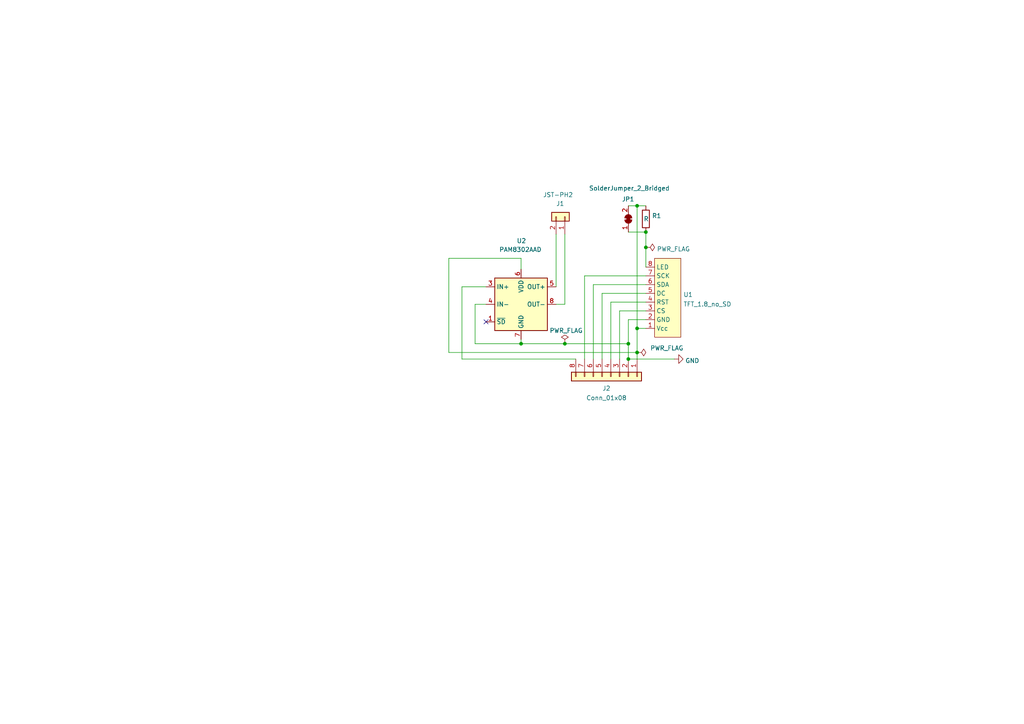
<source format=kicad_sch>
(kicad_sch (version 20211123) (generator eeschema)
  (paper "A4")
  (title_block (title "Support PCB for PAM8302A and TFT") (date "2022-07-07") (rev "1") (company "Bernhard Bablok") (comment 1 "https://github.com/bablokb/christmas-box"))
  (lib_symbols
    (symbol "Amplifier_Audio:PAM8302AAD"
      (property "Reference" "U" (at 7.62 11.43 0))
      (property "Value" "PAM8302AAD" (at 7.62 8.89 0))
      (symbol "PAM8302AAD_0_1"
        (rectangle (start -7.62 7.62) (end 7.62 -7.62) (stroke (width 0.254)) (fill (type background)))
      )
      (symbol "PAM8302AAD_1_1"
        (pin input line (at -10.16 -5.08 0) (length 2.54) (name "~{SD}") (number "1"))
        (pin no_connect line (at 7.62 -5.08 180) (length 2.54) hide (name "NC") (number "2"))
        (pin input line (at -10.16 5.08 0) (length 2.54) (name "IN+") (number "3"))
        (pin input line (at -10.16 0 0) (length 2.54) (name "IN-") (number "4"))
        (pin output line (at 10.16 5.08 180) (length 2.54) (name "OUT+") (number "5"))
        (pin power_in line (at 0 10.16 270) (length 2.54) (name "VDD") (number "6"))
        (pin power_in line (at 0 -10.16 90) (length 2.54) (name "GND") (number "7"))
        (pin output line (at 10.16 0 180) (length 2.54) (name "OUT-") (number "8"))
      )
    )
    (symbol "Connector_Generic:Conn_01x02" (pin_names (offset 1.016) hide)
      (property "Reference" "J" (at 0 2.54 0))
      (property "Value" "Conn_01x02" (at 0 -5.08 0))
      (symbol "Conn_01x02_1_1"
        (rectangle (start -1.27 -2.413) (end 0 -2.667) (stroke (width 0.1524)))
        (rectangle (start -1.27 0.127) (end 0 -0.127) (stroke (width 0.1524)))
        (rectangle (start -1.27 1.27) (end 1.27 -3.81) (stroke (width 0.254)) (fill (type background)))
        (pin passive line (at -5.08 0 0) (length 3.81) (name "Pin_1") (number "1"))
        (pin passive line (at -5.08 -2.54 0) (length 3.81) (name "Pin_2") (number "2"))
      )
    )
    (symbol "Connector_Generic:Conn_01x08" (pin_names (offset 1.016) hide)
      (property "Reference" "J" (at 0 10.16 0))
      (property "Value" "Conn_01x08" (at 0 -12.7 0))
      (symbol "Conn_01x08_1_1"
        (rectangle (start -1.27 -10.033) (end 0 -10.287) (stroke (width 0.1524)))
        (rectangle (start -1.27 -7.493) (end 0 -7.747) (stroke (width 0.1524)))
        (rectangle (start -1.27 -4.953) (end 0 -5.207) (stroke (width 0.1524)))
        (rectangle (start -1.27 -2.413) (end 0 -2.667) (stroke (width 0.1524)))
        (rectangle (start -1.27 0.127) (end 0 -0.127) (stroke (width 0.1524)))
        (rectangle (start -1.27 2.667) (end 0 2.413) (stroke (width 0.1524)))
        (rectangle (start -1.27 5.207) (end 0 4.953) (stroke (width 0.1524)))
        (rectangle (start -1.27 7.747) (end 0 7.493) (stroke (width 0.1524)))
        (rectangle (start -1.27 8.89) (end 1.27 -11.43) (stroke (width 0.254)) (fill (type background)))
        (pin passive line (at -5.08 7.62 0) (length 3.81) (name "Pin_1") (number "1"))
        (pin passive line (at -5.08 5.08 0) (length 3.81) (name "Pin_2") (number "2"))
        (pin passive line (at -5.08 2.54 0) (length 3.81) (name "Pin_3") (number "3"))
        (pin passive line (at -5.08 0 0) (length 3.81) (name "Pin_4") (number "4"))
        (pin passive line (at -5.08 -2.54 0) (length 3.81) (name "Pin_5") (number "5"))
        (pin passive line (at -5.08 -5.08 0) (length 3.81) (name "Pin_6") (number "6"))
        (pin passive line (at -5.08 -7.62 0) (length 3.81) (name "Pin_7") (number "7"))
        (pin passive line (at -5.08 -10.16 0) (length 3.81) (name "Pin_8") (number "8"))
      )
    )
    (symbol "Device:R" (pin_numbers hide) (pin_names (offset 0))
      (property "Reference" "R" (at 2.032 0 90))
      (property "Value" "R" (at 0 0 90))
      (symbol "R_0_1"
        (rectangle (start -1.016 -2.54) (end 1.016 2.54) (stroke (width 0.254)))
      )
      (symbol "R_1_1"
        (pin passive line (at 0 3.81 270) (length 1.27) (name "~") (number "1"))
        (pin passive line (at 0 -3.81 90) (length 1.27) (name "~") (number "2"))
      )
    )
    (symbol "Jumper:SolderJumper_2_Bridged" (pin_names (offset 0) hide)
      (property "Reference" "JP" (at 0 2.032 0))
      (property "Value" "SolderJumper_2_Bridged" (at 0 -2.54 0))
      (symbol "SolderJumper_2_Bridged_0_1"
        (rectangle (start -0.508 0.508) (end 0.508 -0.508) (fill (type outline)))
        (arc (start -0.254 1.016) (mid -1.27 0) (end -0.254 -1.016))
        (arc (start -0.254 1.016) (mid -1.27 0) (end -0.254 -1.016) (fill (type outline)))
        (polyline (pts (xy -0.254 1.016) (xy -0.254 -1.016)))
        (polyline (pts (xy 0.254 1.016) (xy 0.254 -1.016)))
        (arc (start 0.254 -1.016) (mid 1.27 0) (end 0.254 1.016))
        (arc (start 0.254 -1.016) (mid 1.27 0) (end 0.254 1.016) (fill (type outline)))
      )
      (symbol "SolderJumper_2_Bridged_1_1"
        (pin passive line (at -3.81 0 0) (length 2.54) (name "A") (number "1"))
        (pin passive line (at 3.81 0 180) (length 2.54) (name "B") (number "2"))
      )
    )
    (symbol "power:GND" (power) (pin_names (offset 0))
      (property "Value" "GND" (at 0 -3.81 0))
      (symbol "GND_0_1"
        (polyline (pts (xy 0 0) (xy 0 -1.27) (xy 1.27 -1.27) (xy 0 -2.54) (xy -1.27 -1.27) (xy 0 -1.27)))
      )
      (symbol "GND_1_1"
        (pin power_in line (at 0 0 270) (length 0) hide (name "GND") (number "1"))
      )
    )
    (symbol "power:PWR_FLAG" (power) (pin_numbers hide) (pin_names (offset 0) hide)
      (property "Value" "PWR_FLAG" (at 0 3.81 0))
      (symbol "PWR_FLAG_0_0"
        (pin power_out line (at 0 0 90) (length 0) (name "pwr") (number "1"))
      )
      (symbol "PWR_FLAG_0_1"
        (polyline (pts (xy 0 0) (xy 0 1.27) (xy -1.016 1.905) (xy 0 2.54) (xy 1.016 1.905) (xy 0 1.27)))
      )
    )
    (symbol "user:TFT_1.8_no_SD"
      (property "Reference" "U" (at 0 7.62 0))
      (property "Value" "TFT_1.8_no_SD" (at 0 5.08 0))
      (symbol "TFT_1.8_no_SD_0_0"
        (pin power_in line (at -1.27 -17.78 0) (length 2.54) (name "Vcc") (number "1"))
        (pin power_in line (at -1.27 -15.24 0) (length 2.54) (name "GND") (number "2"))
        (pin input line (at -1.27 -12.7 0) (length 2.54) (name "CS") (number "3"))
        (pin input line (at -1.27 -10.16 0) (length 2.54) (name "RST") (number "4"))
        (pin input line (at -1.27 -7.62 0) (length 2.54) (name "DC") (number "5"))
        (pin input line (at -1.27 -5.08 0) (length 2.54) (name "SDA") (number "6"))
        (pin input line (at -1.27 -2.54 0) (length 2.54) (name "SCK") (number "7"))
        (pin power_in line (at -1.27 0 0) (length 2.54) (name "LED") (number "8"))
      )
      (symbol "TFT_1.8_no_SD_0_1"
        (rectangle (start 1.27 2.54) (end 8.89 -20.32) (stroke (width 0.1524)) (fill (type background)))
      )
    )
  )
  (junction (at 184.785 95.25))
  (junction (at 184.785 102.235))
  (junction (at 184.785 59.69))
  (junction (at 163.83 99.695))
  (junction (at 187.325 71.755))
  (junction (at 182.245 99.695))
  (junction (at 182.245 104.14))
  (junction (at 187.325 67.31))
  (junction (at 151.13 99.695))
  (no_connect (at 140.97 93.345))
  (wire (pts (xy 177.165 87.63) (xy 187.325 87.63)))
  (wire (pts (xy 184.785 102.235) (xy 184.785 95.25)))
  (wire (pts (xy 130.175 102.235) (xy 130.175 74.93)))
  (wire (pts (xy 182.245 104.14) (xy 182.245 99.695)))
  (wire (pts (xy 137.795 88.265) (xy 137.795 99.695)))
  (wire (pts (xy 169.545 80.01) (xy 187.325 80.01)))
  (wire (pts (xy 184.785 102.235) (xy 130.175 102.235)))
  (wire (pts (xy 174.625 104.14) (xy 174.625 85.09)))
  (wire (pts (xy 182.245 104.14) (xy 195.58 104.14)))
  (wire (pts (xy 177.165 104.14) (xy 177.165 87.63)))
  (wire (pts (xy 187.325 67.31) (xy 187.325 71.755)))
  (wire (pts (xy 182.245 67.31) (xy 187.325 67.31)))
  (wire (pts (xy 172.085 82.55) (xy 187.325 82.55)))
  (wire (pts (xy 184.785 59.69) (xy 184.785 95.25)))
  (wire (pts (xy 130.175 74.93) (xy 151.13 74.93)))
  (wire (pts (xy 133.985 104.14) (xy 133.985 83.185)))
  (wire (pts (xy 151.13 74.93) (xy 151.13 78.105)))
  (wire (pts (xy 179.705 90.17) (xy 187.325 90.17)))
  (wire (pts (xy 161.29 88.265) (xy 163.83 88.265)))
  (wire (pts (xy 137.795 99.695) (xy 151.13 99.695)))
  (wire (pts (xy 184.785 95.25) (xy 187.325 95.25)))
  (wire (pts (xy 179.705 104.14) (xy 179.705 90.17)))
  (wire (pts (xy 140.97 88.265) (xy 137.795 88.265)))
  (wire (pts (xy 182.245 92.71) (xy 187.325 92.71)))
  (wire (pts (xy 187.325 71.755) (xy 187.325 77.47)))
  (wire (pts (xy 172.085 104.14) (xy 172.085 82.55)))
  (wire (pts (xy 151.13 99.695) (xy 163.83 99.695)))
  (wire (pts (xy 167.005 104.14) (xy 133.985 104.14)))
  (wire (pts (xy 184.785 104.14) (xy 184.785 102.235)))
  (wire (pts (xy 133.985 83.185) (xy 140.97 83.185)))
  (wire (pts (xy 169.545 104.14) (xy 169.545 80.01)))
  (wire (pts (xy 182.245 99.695) (xy 182.245 92.71)))
  (wire (pts (xy 182.245 59.69) (xy 184.785 59.69)))
  (wire (pts (xy 174.625 85.09) (xy 187.325 85.09)))
  (wire (pts (xy 184.785 59.69) (xy 187.325 59.69)))
  (wire (pts (xy 161.29 67.945) (xy 161.29 83.185)))
  (wire (pts (xy 163.83 88.265) (xy 163.83 67.945)))
  (wire (pts (xy 151.13 99.695) (xy 151.13 98.425)))
  (wire (pts (xy 163.83 99.695) (xy 182.245 99.695)))
  (symbol (lib_id "power:PWR_FLAG") (at 187.325 71.755 270) (unit 1)
    (property "Reference" "#FLG0103" (effects hide))
    (property "Value" "PWR_FLAG" (at 190.5 72.234 90) (effects (justify left)))
  )
  (symbol (lib_id "user:TFT_1.8_no_SD") (at 188.595 77.47 0) (unit 1)
    (property "Reference" "U1" (at 198.1962 85.4515 0) (effects (justify left)))
    (property "Value" "TFT_1.8_no_SD" (at 198.1962 88.2266 0) (effects (justify left)))
    (property "Footprint" "user:TFT_1.8_no_SD" (effects hide))
  )
  (symbol (lib_id "Connector_Generic:Conn_01x08") (at 177.165 109.22 270) (unit 1)
    (property "Reference" "J2" (at 175.895 112.6395 90))
    (property "Value" "Conn_01x08" (at 175.895 115.4146 90))
    (property "Footprint" "Connector_PinHeader_2.54mm:PinHeader_1x08_P2.54mm_Horizontal" (effects hide))
  )
  (symbol (lib_id "Connector_Generic:Conn_01x02") (at 163.83 62.865 270) (mirror x) (unit 1)
    (property "Reference" "J1" (at 161.29 59.055 90) (effects (justify left)))
    (property "Value" "JST-PH2" (at 157.48 56.515 90) (effects (justify left)))
    (property "Footprint" "Connector_JST:JST_PH_S2B-PH-K_1x02_P2.00mm_Horizontal" (effects hide))
  )
  (symbol (lib_id "Device:R") (at 187.325 63.5 0) (unit 1)
    (property "Reference" "R1" (at 189.103 62.5915 0) (effects (justify left)))
    (property "Value" "R" (at 186.69 63.5 0) (effects (justify left)))
    (property "Footprint" "Resistor_SMD:R_1206_3216Metric_Pad1.30x1.75mm_HandSolder" (effects hide))
  )
  (symbol (lib_id "Jumper:SolderJumper_2_Bridged") (at 182.245 63.5 90) (unit 1)
    (property "Reference" "JP1" (at 180.34 57.785 90) (effects (justify right)))
    (property "Value" "SolderJumper_2_Bridged" (at 170.815 54.61 90) (effects (justify right)))
    (property "Footprint" "Jumper:SolderJumper-2_P1.3mm_Bridged_RoundedPad1.0x1.5mm" (effects hide))
  )
  (symbol (lib_id "power:PWR_FLAG") (at 184.785 102.235 270) (unit 1)
    (property "Reference" "#FLG0101" (effects hide))
    (property "Value" "PWR_FLAG" (at 188.595 100.965 90) (effects (justify left)))
  )
  (symbol (lib_id "Amplifier_Audio:PAM8302AAD") (at 151.13 88.265 0) (unit 1)
    (property "Reference" "U2" (at 149.86 69.85 0) (effects (justify left)))
    (property "Value" "PAM8302AAD" (at 144.78 72.39 0) (effects (justify left)))
    (property "Footprint" "user:PAM8302A_Breakout" (effects hide))
    (property "Datasheet" "https://www.diodes.com/assets/Datasheets/PAM8302A.pdf" (effects hide))
  )
  (symbol (lib_id "power:PWR_FLAG") (at 163.83 99.695 0) (unit 1)
    (property "Reference" "#FLG0102" (effects hide))
    (property "Value" "PWR_FLAG" (at 159.385 95.885 0) (effects (justify left)))
  )
  (symbol (lib_id "power:GND") (at 195.58 104.14 90) (unit 1)
    (property "Reference" "#PWR0101" (effects hide))
    (property "Value" "GND" (at 198.755 104.619 90) (effects (justify right)))
  )
)
</source>
